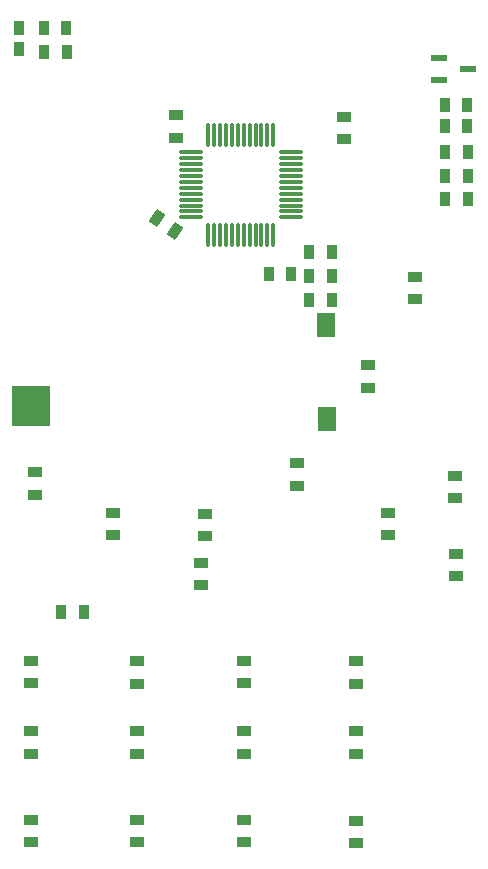
<source format=gtp>
G04*
G04 #@! TF.GenerationSoftware,Altium Limited,Altium Designer,22.11.1 (43)*
G04*
G04 Layer_Color=8421504*
%FSLAX44Y44*%
%MOMM*%
G71*
G04*
G04 #@! TF.SameCoordinates,BDB78580-9DC3-4381-8F3F-6093B5378177*
G04*
G04*
G04 #@! TF.FilePolarity,Positive*
G04*
G01*
G75*
%ADD17R,1.2700X0.8890*%
%ADD18R,1.5000X2.0000*%
%ADD19O,0.3000X2.1000*%
%ADD20O,2.1000X0.3000*%
%ADD21R,0.8890X1.2700*%
%ADD22R,3.3000X3.5000*%
%ADD23R,1.4000X0.6000*%
G04:AMPARAMS|DCode=24|XSize=1.27mm|YSize=0.889mm|CornerRadius=0mm|HoleSize=0mm|Usage=FLASHONLY|Rotation=55.000|XOffset=0mm|YOffset=0mm|HoleType=Round|Shape=Rectangle|*
%AMROTATEDRECTD24*
4,1,4,-0.0001,-0.7751,-0.7283,-0.2652,0.0001,0.7751,0.7283,0.2652,-0.0001,-0.7751,0.0*
%
%ADD24ROTATEDRECTD24*%

D17*
X877998Y1161002D02*
D03*
X877998Y1142002D02*
D03*
X844999Y564501D02*
D03*
Y545501D02*
D03*
X1020000Y1160000D02*
D03*
Y1141000D02*
D03*
X1040001Y949499D02*
D03*
Y930499D02*
D03*
X754999Y680501D02*
D03*
Y699501D02*
D03*
X898999Y763501D02*
D03*
Y782501D02*
D03*
X1056999Y805501D02*
D03*
Y824501D02*
D03*
X902000Y824000D02*
D03*
Y805000D02*
D03*
X979999Y847501D02*
D03*
Y866501D02*
D03*
X823999Y805501D02*
D03*
Y824501D02*
D03*
X1115000Y771000D02*
D03*
Y790000D02*
D03*
X1114000Y837000D02*
D03*
Y856000D02*
D03*
X758000Y859000D02*
D03*
Y840000D02*
D03*
X845000Y699000D02*
D03*
X1030000D02*
D03*
X934999Y699501D02*
D03*
X1079999Y1024501D02*
D03*
Y1005501D02*
D03*
X1030000Y680000D02*
D03*
X934999Y680501D02*
D03*
X845000Y680000D02*
D03*
X1029999Y620501D02*
D03*
Y639501D02*
D03*
X935001Y639499D02*
D03*
Y620499D02*
D03*
X844999Y620501D02*
D03*
Y639501D02*
D03*
X754999Y620501D02*
D03*
Y639501D02*
D03*
X1030000Y545000D02*
D03*
Y564000D02*
D03*
X934999Y545501D02*
D03*
Y564501D02*
D03*
X754999Y545501D02*
D03*
Y564501D02*
D03*
D18*
X1005200Y904412D02*
D03*
X1005000Y983740D02*
D03*
D19*
X930000Y1144540D02*
D03*
X920000Y1060000D02*
D03*
X915000D02*
D03*
X955000D02*
D03*
X910000Y1144540D02*
D03*
X960000Y1060000D02*
D03*
X950000D02*
D03*
X945000D02*
D03*
X940000D02*
D03*
X935000D02*
D03*
X930000D02*
D03*
X925000D02*
D03*
X910000D02*
D03*
X905000D02*
D03*
Y1144540D02*
D03*
X915000D02*
D03*
X920000D02*
D03*
X925000D02*
D03*
X935000D02*
D03*
X940000D02*
D03*
X945000D02*
D03*
X950000D02*
D03*
X955000D02*
D03*
X960000D02*
D03*
D20*
X890484Y1079770D02*
D03*
X974770Y1109770D02*
D03*
X890484Y1074770D02*
D03*
Y1084770D02*
D03*
Y1089770D02*
D03*
Y1094770D02*
D03*
Y1099770D02*
D03*
Y1104770D02*
D03*
Y1109770D02*
D03*
Y1114770D02*
D03*
Y1119770D02*
D03*
Y1124770D02*
D03*
Y1129770D02*
D03*
X974770D02*
D03*
Y1124770D02*
D03*
Y1119770D02*
D03*
Y1114770D02*
D03*
Y1104770D02*
D03*
Y1099770D02*
D03*
Y1094770D02*
D03*
Y1089770D02*
D03*
Y1084770D02*
D03*
Y1079770D02*
D03*
Y1074770D02*
D03*
D21*
X745000Y1235000D02*
D03*
Y1217220D02*
D03*
X784501Y1235001D02*
D03*
X765501D02*
D03*
X1009501Y1025001D02*
D03*
X990501D02*
D03*
X956000Y1027000D02*
D03*
X975000D02*
D03*
X1105000Y1152000D02*
D03*
X1124000D02*
D03*
X1124492Y1130035D02*
D03*
X1105492D02*
D03*
X1105000Y1170000D02*
D03*
X1124000D02*
D03*
X1105494Y1110001D02*
D03*
X1124494D02*
D03*
X1124492Y1089999D02*
D03*
X1105492D02*
D03*
X990499Y1044999D02*
D03*
X1009499D02*
D03*
X785000Y1215000D02*
D03*
X766000D02*
D03*
X990501Y1005001D02*
D03*
X1009501D02*
D03*
X780501Y741001D02*
D03*
X799501D02*
D03*
D22*
X755000Y915000D02*
D03*
D23*
X1125139Y1200499D02*
D03*
X1100000Y1191000D02*
D03*
Y1210000D02*
D03*
D24*
X877000Y1063000D02*
D03*
X861436Y1073898D02*
D03*
M02*

</source>
